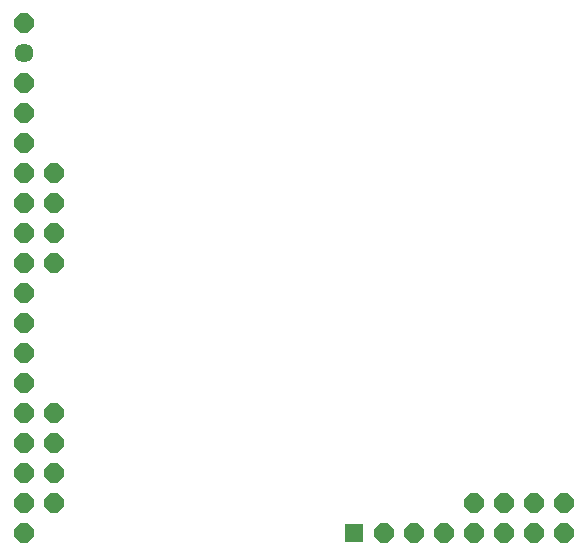
<source format=gbs>
G75*
G70*
%OFA0B0*%
%FSLAX24Y24*%
%IPPOS*%
%LPD*%
%AMOC8*
5,1,8,0,0,1.08239X$1,22.5*
%
%ADD10OC8,0.0635*%
%ADD11C,0.0635*%
%ADD12R,0.0635X0.0635*%
D10*
X001004Y001004D03*
X001004Y002004D03*
X002004Y002004D03*
X002004Y003004D03*
X002004Y004004D03*
X002004Y005004D03*
X001004Y005004D03*
X001004Y004004D03*
X001004Y003004D03*
X001004Y006004D03*
X001004Y007004D03*
X001004Y008004D03*
X001004Y009004D03*
X001004Y010004D03*
X001004Y011004D03*
X002004Y011004D03*
X002004Y010004D03*
X002004Y012004D03*
X002004Y013004D03*
X001004Y013004D03*
X001004Y014004D03*
X001004Y015004D03*
X001004Y016004D03*
X001004Y018004D03*
X001004Y012004D03*
X013004Y001004D03*
X014004Y001004D03*
X015004Y001004D03*
X016004Y001004D03*
X016004Y002004D03*
X017004Y002004D03*
X018004Y002004D03*
X019004Y002004D03*
X019004Y001004D03*
X018004Y001004D03*
X017004Y001004D03*
D11*
X001004Y017004D03*
D12*
X012004Y001004D03*
M02*

</source>
